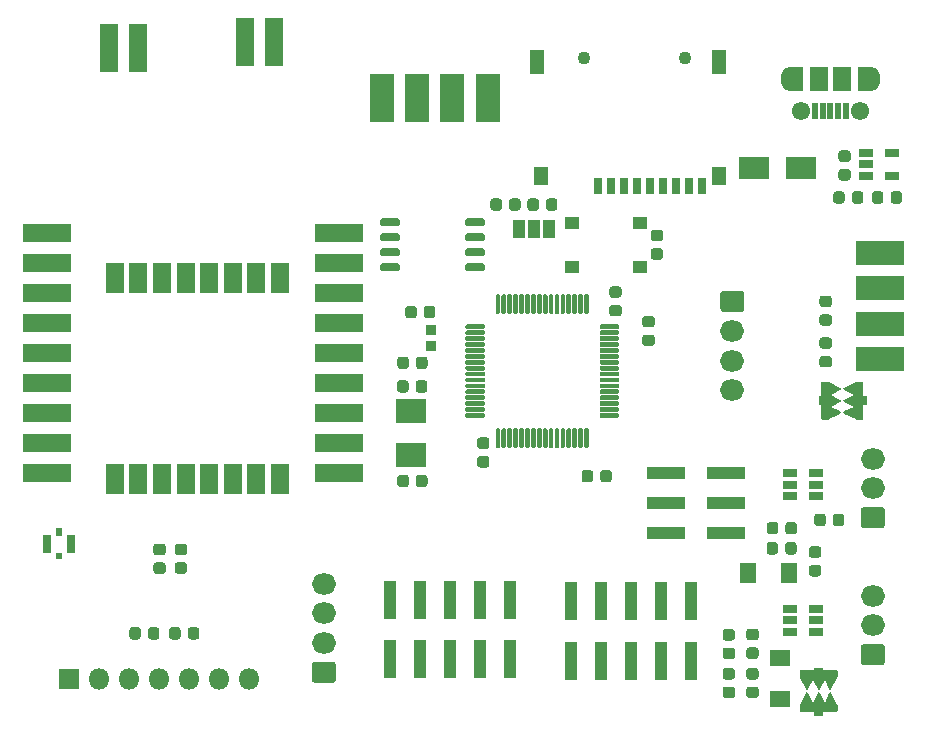
<source format=gbr>
%TF.GenerationSoftware,KiCad,Pcbnew,5.1.6-c6e7f7d~87~ubuntu20.04.1*%
%TF.CreationDate,2020-09-08T12:35:41+02:00*%
%TF.ProjectId,FShort,4653686f-7274-42e6-9b69-6361645f7063,rev?*%
%TF.SameCoordinates,Original*%
%TF.FileFunction,Soldermask,Top*%
%TF.FilePolarity,Negative*%
%FSLAX46Y46*%
G04 Gerber Fmt 4.6, Leading zero omitted, Abs format (unit mm)*
G04 Created by KiCad (PCBNEW 5.1.6-c6e7f7d~87~ubuntu20.04.1) date 2020-09-08 12:35:41*
%MOMM*%
%LPD*%
G01*
G04 APERTURE LIST*
%ADD10C,1.100000*%
%ADD11R,1.300000X2.100000*%
%ADD12R,0.800000X1.400000*%
%ADD13R,1.300000X1.500000*%
%ADD14R,1.600000X2.600000*%
%ADD15R,4.100000X1.624000*%
%ADD16R,1.624000X4.100000*%
%ADD17C,0.100000*%
%ADD18R,1.400000X1.800000*%
%ADD19R,1.800000X1.400000*%
%ADD20R,0.600000X0.750000*%
%ADD21R,0.700000X1.600000*%
%ADD22R,0.600000X0.600000*%
%ADD23R,2.500000X2.100000*%
%ADD24R,2.600000X1.900000*%
%ADD25R,1.100000X1.600000*%
%ADD26R,1.800000X1.800000*%
%ADD27O,1.800000X1.800000*%
%ADD28O,2.050000X1.800000*%
%ADD29R,1.600000X2.000000*%
%ADD30C,1.550000*%
%ADD31R,0.500000X1.450000*%
%ADD32O,1.300000X2.000000*%
%ADD33R,1.300000X2.000000*%
%ADD34R,1.100000X3.250000*%
%ADD35R,2.100000X4.100000*%
%ADD36R,4.100000X2.100000*%
%ADD37R,3.250000X1.100000*%
%ADD38R,1.200000X1.100000*%
%ADD39R,1.160000X0.750000*%
%ADD40R,0.900000X0.900000*%
G04 APERTURE END LIST*
D10*
%TO.C,J13*%
X157100000Y-41300000D03*
X148500000Y-41310000D03*
D11*
X144595000Y-41600000D03*
X159925000Y-41600000D03*
D12*
X158500000Y-52150000D03*
X157400000Y-52150000D03*
X156300000Y-52150000D03*
X155200000Y-52150000D03*
X154100000Y-52150000D03*
X153000000Y-52150000D03*
X151900000Y-52150000D03*
X150800000Y-52150000D03*
X149700000Y-52150000D03*
D13*
X144900000Y-51300000D03*
X159925000Y-51300000D03*
%TD*%
%TO.C,R7*%
G36*
G01*
X163081250Y-93912500D02*
X162518750Y-93912500D01*
G75*
G02*
X162275000Y-93668750I0J243750D01*
G01*
X162275000Y-93181250D01*
G75*
G02*
X162518750Y-92937500I243750J0D01*
G01*
X163081250Y-92937500D01*
G75*
G02*
X163325000Y-93181250I0J-243750D01*
G01*
X163325000Y-93668750D01*
G75*
G02*
X163081250Y-93912500I-243750J0D01*
G01*
G37*
G36*
G01*
X163081250Y-95487500D02*
X162518750Y-95487500D01*
G75*
G02*
X162275000Y-95243750I0J243750D01*
G01*
X162275000Y-94756250D01*
G75*
G02*
X162518750Y-94512500I243750J0D01*
G01*
X163081250Y-94512500D01*
G75*
G02*
X163325000Y-94756250I0J-243750D01*
G01*
X163325000Y-95243750D01*
G75*
G02*
X163081250Y-95487500I-243750J0D01*
G01*
G37*
%TD*%
D14*
%TO.C,U6*%
X116800000Y-59900000D03*
X112800000Y-59900000D03*
X122800000Y-59900000D03*
X110800000Y-59900000D03*
X118800000Y-59900000D03*
X120800000Y-59900000D03*
X108800000Y-59900000D03*
X114800000Y-59900000D03*
X108800000Y-76900000D03*
X110800000Y-76900000D03*
X112800000Y-76900000D03*
X114800000Y-76900000D03*
X116800000Y-76900000D03*
X118800000Y-76900000D03*
X120800000Y-76900000D03*
X122800000Y-76900000D03*
D15*
X127800000Y-76400000D03*
X127800000Y-73860000D03*
X127800000Y-71320000D03*
X127800000Y-68780000D03*
X127800000Y-66240000D03*
X127800000Y-63700000D03*
X127800000Y-61160000D03*
X127800000Y-58620000D03*
X127800000Y-56080000D03*
X103035000Y-76400000D03*
X103035000Y-73860000D03*
X103035000Y-71320000D03*
X103035000Y-68780000D03*
X103035000Y-66240000D03*
X103035000Y-63700000D03*
X103035000Y-61160000D03*
X103035000Y-58620000D03*
X103035000Y-56080000D03*
D16*
X122300000Y-39900000D03*
X119800000Y-39900000D03*
X108300000Y-40400000D03*
X110800000Y-40400000D03*
%TD*%
%TO.C,U5*%
G36*
G01*
X138450000Y-55370000D02*
X138450000Y-55020000D01*
G75*
G02*
X138625000Y-54845000I175000J0D01*
G01*
X139975000Y-54845000D01*
G75*
G02*
X140150000Y-55020000I0J-175000D01*
G01*
X140150000Y-55370000D01*
G75*
G02*
X139975000Y-55545000I-175000J0D01*
G01*
X138625000Y-55545000D01*
G75*
G02*
X138450000Y-55370000I0J175000D01*
G01*
G37*
G36*
G01*
X138450000Y-56640000D02*
X138450000Y-56290000D01*
G75*
G02*
X138625000Y-56115000I175000J0D01*
G01*
X139975000Y-56115000D01*
G75*
G02*
X140150000Y-56290000I0J-175000D01*
G01*
X140150000Y-56640000D01*
G75*
G02*
X139975000Y-56815000I-175000J0D01*
G01*
X138625000Y-56815000D01*
G75*
G02*
X138450000Y-56640000I0J175000D01*
G01*
G37*
G36*
G01*
X138450000Y-57910000D02*
X138450000Y-57560000D01*
G75*
G02*
X138625000Y-57385000I175000J0D01*
G01*
X139975000Y-57385000D01*
G75*
G02*
X140150000Y-57560000I0J-175000D01*
G01*
X140150000Y-57910000D01*
G75*
G02*
X139975000Y-58085000I-175000J0D01*
G01*
X138625000Y-58085000D01*
G75*
G02*
X138450000Y-57910000I0J175000D01*
G01*
G37*
G36*
G01*
X138450000Y-59180000D02*
X138450000Y-58830000D01*
G75*
G02*
X138625000Y-58655000I175000J0D01*
G01*
X139975000Y-58655000D01*
G75*
G02*
X140150000Y-58830000I0J-175000D01*
G01*
X140150000Y-59180000D01*
G75*
G02*
X139975000Y-59355000I-175000J0D01*
G01*
X138625000Y-59355000D01*
G75*
G02*
X138450000Y-59180000I0J175000D01*
G01*
G37*
G36*
G01*
X131250000Y-59180000D02*
X131250000Y-58830000D01*
G75*
G02*
X131425000Y-58655000I175000J0D01*
G01*
X132775000Y-58655000D01*
G75*
G02*
X132950000Y-58830000I0J-175000D01*
G01*
X132950000Y-59180000D01*
G75*
G02*
X132775000Y-59355000I-175000J0D01*
G01*
X131425000Y-59355000D01*
G75*
G02*
X131250000Y-59180000I0J175000D01*
G01*
G37*
G36*
G01*
X131250000Y-57910000D02*
X131250000Y-57560000D01*
G75*
G02*
X131425000Y-57385000I175000J0D01*
G01*
X132775000Y-57385000D01*
G75*
G02*
X132950000Y-57560000I0J-175000D01*
G01*
X132950000Y-57910000D01*
G75*
G02*
X132775000Y-58085000I-175000J0D01*
G01*
X131425000Y-58085000D01*
G75*
G02*
X131250000Y-57910000I0J175000D01*
G01*
G37*
G36*
G01*
X131250000Y-56640000D02*
X131250000Y-56290000D01*
G75*
G02*
X131425000Y-56115000I175000J0D01*
G01*
X132775000Y-56115000D01*
G75*
G02*
X132950000Y-56290000I0J-175000D01*
G01*
X132950000Y-56640000D01*
G75*
G02*
X132775000Y-56815000I-175000J0D01*
G01*
X131425000Y-56815000D01*
G75*
G02*
X131250000Y-56640000I0J175000D01*
G01*
G37*
G36*
G01*
X131250000Y-55370000D02*
X131250000Y-55020000D01*
G75*
G02*
X131425000Y-54845000I175000J0D01*
G01*
X132775000Y-54845000D01*
G75*
G02*
X132950000Y-55020000I0J-175000D01*
G01*
X132950000Y-55370000D01*
G75*
G02*
X132775000Y-55545000I-175000J0D01*
G01*
X131425000Y-55545000D01*
G75*
G02*
X131250000Y-55370000I0J175000D01*
G01*
G37*
%TD*%
%TO.C,R12*%
G36*
G01*
X167818750Y-84212500D02*
X168381250Y-84212500D01*
G75*
G02*
X168625000Y-84456250I0J-243750D01*
G01*
X168625000Y-84943750D01*
G75*
G02*
X168381250Y-85187500I-243750J0D01*
G01*
X167818750Y-85187500D01*
G75*
G02*
X167575000Y-84943750I0J243750D01*
G01*
X167575000Y-84456250D01*
G75*
G02*
X167818750Y-84212500I243750J0D01*
G01*
G37*
G36*
G01*
X167818750Y-82637500D02*
X168381250Y-82637500D01*
G75*
G02*
X168625000Y-82881250I0J-243750D01*
G01*
X168625000Y-83368750D01*
G75*
G02*
X168381250Y-83612500I-243750J0D01*
G01*
X167818750Y-83612500D01*
G75*
G02*
X167575000Y-83368750I0J243750D01*
G01*
X167575000Y-82881250D01*
G75*
G02*
X167818750Y-82637500I243750J0D01*
G01*
G37*
%TD*%
%TO.C,R11*%
G36*
G01*
X165587500Y-81381250D02*
X165587500Y-80818750D01*
G75*
G02*
X165831250Y-80575000I243750J0D01*
G01*
X166318750Y-80575000D01*
G75*
G02*
X166562500Y-80818750I0J-243750D01*
G01*
X166562500Y-81381250D01*
G75*
G02*
X166318750Y-81625000I-243750J0D01*
G01*
X165831250Y-81625000D01*
G75*
G02*
X165587500Y-81381250I0J243750D01*
G01*
G37*
G36*
G01*
X164012500Y-81381250D02*
X164012500Y-80818750D01*
G75*
G02*
X164256250Y-80575000I243750J0D01*
G01*
X164743750Y-80575000D01*
G75*
G02*
X164987500Y-80818750I0J-243750D01*
G01*
X164987500Y-81381250D01*
G75*
G02*
X164743750Y-81625000I-243750J0D01*
G01*
X164256250Y-81625000D01*
G75*
G02*
X164012500Y-81381250I0J243750D01*
G01*
G37*
%TD*%
%TO.C,R10*%
G36*
G01*
X163081250Y-90587500D02*
X162518750Y-90587500D01*
G75*
G02*
X162275000Y-90343750I0J243750D01*
G01*
X162275000Y-89856250D01*
G75*
G02*
X162518750Y-89612500I243750J0D01*
G01*
X163081250Y-89612500D01*
G75*
G02*
X163325000Y-89856250I0J-243750D01*
G01*
X163325000Y-90343750D01*
G75*
G02*
X163081250Y-90587500I-243750J0D01*
G01*
G37*
G36*
G01*
X163081250Y-92162500D02*
X162518750Y-92162500D01*
G75*
G02*
X162275000Y-91918750I0J243750D01*
G01*
X162275000Y-91431250D01*
G75*
G02*
X162518750Y-91187500I243750J0D01*
G01*
X163081250Y-91187500D01*
G75*
G02*
X163325000Y-91431250I0J-243750D01*
G01*
X163325000Y-91918750D01*
G75*
G02*
X163081250Y-92162500I-243750J0D01*
G01*
G37*
%TD*%
%TO.C,R9*%
G36*
G01*
X169612500Y-80681250D02*
X169612500Y-80118750D01*
G75*
G02*
X169856250Y-79875000I243750J0D01*
G01*
X170343750Y-79875000D01*
G75*
G02*
X170587500Y-80118750I0J-243750D01*
G01*
X170587500Y-80681250D01*
G75*
G02*
X170343750Y-80925000I-243750J0D01*
G01*
X169856250Y-80925000D01*
G75*
G02*
X169612500Y-80681250I0J243750D01*
G01*
G37*
G36*
G01*
X168037500Y-80681250D02*
X168037500Y-80118750D01*
G75*
G02*
X168281250Y-79875000I243750J0D01*
G01*
X168768750Y-79875000D01*
G75*
G02*
X169012500Y-80118750I0J-243750D01*
G01*
X169012500Y-80681250D01*
G75*
G02*
X168768750Y-80925000I-243750J0D01*
G01*
X168281250Y-80925000D01*
G75*
G02*
X168037500Y-80681250I0J243750D01*
G01*
G37*
%TD*%
%TO.C,R8*%
G36*
G01*
X161081250Y-93912500D02*
X160518750Y-93912500D01*
G75*
G02*
X160275000Y-93668750I0J243750D01*
G01*
X160275000Y-93181250D01*
G75*
G02*
X160518750Y-92937500I243750J0D01*
G01*
X161081250Y-92937500D01*
G75*
G02*
X161325000Y-93181250I0J-243750D01*
G01*
X161325000Y-93668750D01*
G75*
G02*
X161081250Y-93912500I-243750J0D01*
G01*
G37*
G36*
G01*
X161081250Y-95487500D02*
X160518750Y-95487500D01*
G75*
G02*
X160275000Y-95243750I0J243750D01*
G01*
X160275000Y-94756250D01*
G75*
G02*
X160518750Y-94512500I243750J0D01*
G01*
X161081250Y-94512500D01*
G75*
G02*
X161325000Y-94756250I0J-243750D01*
G01*
X161325000Y-95243750D01*
G75*
G02*
X161081250Y-95487500I-243750J0D01*
G01*
G37*
%TD*%
D17*
%TO.C,E2*%
G36*
X168400961Y-69965245D02*
G01*
X168403806Y-69955866D01*
X168408427Y-69947221D01*
X168414645Y-69939645D01*
X168422221Y-69933427D01*
X168430866Y-69928806D01*
X168440245Y-69925961D01*
X168450000Y-69925000D01*
X168600000Y-69925000D01*
X168600000Y-68800000D01*
X168600241Y-68795098D01*
X168601202Y-68785343D01*
X168603114Y-68775731D01*
X168605959Y-68766352D01*
X168609710Y-68757296D01*
X168614331Y-68748651D01*
X168619778Y-68740500D01*
X168625996Y-68732924D01*
X168632924Y-68725996D01*
X168640500Y-68719778D01*
X168648651Y-68714331D01*
X168657296Y-68709710D01*
X168666352Y-68705959D01*
X168675731Y-68703114D01*
X168685343Y-68701202D01*
X168695098Y-68700241D01*
X168700000Y-68700000D01*
X169200000Y-68700000D01*
X169204902Y-68700241D01*
X169214657Y-68701202D01*
X169225958Y-68703659D01*
X169238564Y-68707977D01*
X169244722Y-68710558D01*
X170244722Y-69210558D01*
X170248995Y-69212963D01*
X170257290Y-69218184D01*
X170265037Y-69224196D01*
X170272154Y-69230936D01*
X170278575Y-69238340D01*
X170284240Y-69246338D01*
X170289095Y-69254855D01*
X170293091Y-69263806D01*
X170296190Y-69273103D01*
X170298363Y-69282660D01*
X170299588Y-69292384D01*
X170299855Y-69302182D01*
X170299160Y-69311961D01*
X170297510Y-69321623D01*
X170294922Y-69331074D01*
X170291419Y-69340229D01*
X170287037Y-69348995D01*
X170281816Y-69357290D01*
X170275804Y-69365037D01*
X170269064Y-69372154D01*
X170260537Y-69379347D01*
X170250138Y-69386295D01*
X170244722Y-69389442D01*
X169423606Y-69800000D01*
X170244722Y-70210558D01*
X170248995Y-70212963D01*
X170257290Y-70218184D01*
X170265037Y-70224196D01*
X170272154Y-70230936D01*
X170278575Y-70238340D01*
X170284240Y-70246338D01*
X170289095Y-70254855D01*
X170293091Y-70263806D01*
X170296190Y-70273103D01*
X170298363Y-70282660D01*
X170299588Y-70292384D01*
X170299855Y-70302182D01*
X170299160Y-70311961D01*
X170297510Y-70321623D01*
X170294922Y-70331074D01*
X170291419Y-70340229D01*
X170287037Y-70348995D01*
X170281816Y-70357290D01*
X170275804Y-70365037D01*
X170269064Y-70372154D01*
X170260537Y-70379347D01*
X170250138Y-70386295D01*
X170244722Y-70389442D01*
X169423606Y-70800000D01*
X170244722Y-71210558D01*
X170248995Y-71212963D01*
X170257290Y-71218184D01*
X170265037Y-71224196D01*
X170272154Y-71230936D01*
X170278575Y-71238340D01*
X170284240Y-71246338D01*
X170289095Y-71254855D01*
X170293091Y-71263806D01*
X170296190Y-71273103D01*
X170298363Y-71282660D01*
X170299588Y-71292384D01*
X170299855Y-71302182D01*
X170299160Y-71311961D01*
X170297510Y-71321623D01*
X170294922Y-71331074D01*
X170291419Y-71340229D01*
X170287037Y-71348995D01*
X170281816Y-71357290D01*
X170275804Y-71365037D01*
X170269064Y-71372154D01*
X170260537Y-71379347D01*
X170250138Y-71386295D01*
X170244722Y-71389442D01*
X169244722Y-71889442D01*
X169240229Y-71891419D01*
X169231074Y-71894922D01*
X169219870Y-71897778D01*
X169206664Y-71899554D01*
X169200000Y-71900000D01*
X168700000Y-71900000D01*
X168695098Y-71899759D01*
X168685343Y-71898798D01*
X168675731Y-71896886D01*
X168666352Y-71894041D01*
X168657296Y-71890290D01*
X168648651Y-71885669D01*
X168640500Y-71880222D01*
X168632924Y-71874004D01*
X168625996Y-71867076D01*
X168619778Y-71859500D01*
X168614331Y-71851349D01*
X168609710Y-71842704D01*
X168605959Y-71833648D01*
X168603114Y-71824269D01*
X168601202Y-71814657D01*
X168600241Y-71804902D01*
X168600000Y-71800000D01*
X168600000Y-70675000D01*
X168450000Y-70675000D01*
X168440245Y-70674039D01*
X168430866Y-70671194D01*
X168422221Y-70666573D01*
X168414645Y-70660355D01*
X168408427Y-70652779D01*
X168403806Y-70644134D01*
X168400961Y-70634755D01*
X168400000Y-70625000D01*
X168400000Y-69975000D01*
X168400961Y-69965245D01*
G37*
G36*
X170500840Y-69288039D02*
G01*
X170502490Y-69278377D01*
X170505078Y-69268926D01*
X170508581Y-69259771D01*
X170512963Y-69251005D01*
X170518184Y-69242710D01*
X170524196Y-69234963D01*
X170530936Y-69227846D01*
X170539463Y-69220653D01*
X170549862Y-69213705D01*
X170555278Y-69210558D01*
X171555278Y-68710558D01*
X171559771Y-68708581D01*
X171568926Y-68705078D01*
X171580130Y-68702222D01*
X171593336Y-68700446D01*
X171600000Y-68700000D01*
X172100000Y-68700000D01*
X172104902Y-68700241D01*
X172114657Y-68701202D01*
X172124269Y-68703114D01*
X172133648Y-68705959D01*
X172142704Y-68709710D01*
X172151349Y-68714331D01*
X172159500Y-68719778D01*
X172167076Y-68725996D01*
X172174004Y-68732924D01*
X172180222Y-68740500D01*
X172185669Y-68748651D01*
X172190290Y-68757296D01*
X172194041Y-68766352D01*
X172196886Y-68775731D01*
X172198798Y-68785343D01*
X172199759Y-68795098D01*
X172200000Y-68800000D01*
X172200000Y-69925000D01*
X172450000Y-69925000D01*
X172459755Y-69925961D01*
X172469134Y-69928806D01*
X172477779Y-69933427D01*
X172485355Y-69939645D01*
X172491573Y-69947221D01*
X172496194Y-69955866D01*
X172499039Y-69965245D01*
X172500000Y-69975000D01*
X172500000Y-70625000D01*
X172499039Y-70634755D01*
X172496194Y-70644134D01*
X172491573Y-70652779D01*
X172485355Y-70660355D01*
X172477779Y-70666573D01*
X172469134Y-70671194D01*
X172459755Y-70674039D01*
X172450000Y-70675000D01*
X172200000Y-70675000D01*
X172200000Y-71800000D01*
X172199759Y-71804902D01*
X172198798Y-71814657D01*
X172196886Y-71824269D01*
X172194041Y-71833648D01*
X172190290Y-71842704D01*
X172185669Y-71851349D01*
X172180222Y-71859500D01*
X172174004Y-71867076D01*
X172167076Y-71874004D01*
X172159500Y-71880222D01*
X172151349Y-71885669D01*
X172142704Y-71890290D01*
X172133648Y-71894041D01*
X172124269Y-71896886D01*
X172114657Y-71898798D01*
X172104902Y-71899759D01*
X172100000Y-71900000D01*
X171600000Y-71900000D01*
X171595098Y-71899759D01*
X171585343Y-71898798D01*
X171574042Y-71896341D01*
X171561436Y-71892023D01*
X171555278Y-71889442D01*
X170555278Y-71389442D01*
X170551005Y-71387037D01*
X170542710Y-71381816D01*
X170534963Y-71375804D01*
X170527846Y-71369064D01*
X170521425Y-71361660D01*
X170515760Y-71353662D01*
X170510905Y-71345145D01*
X170506909Y-71336194D01*
X170503810Y-71326897D01*
X170501637Y-71317340D01*
X170500412Y-71307616D01*
X170500145Y-71297818D01*
X170500840Y-71288039D01*
X170502490Y-71278377D01*
X170505078Y-71268926D01*
X170508581Y-71259771D01*
X170512963Y-71251005D01*
X170518184Y-71242710D01*
X170524196Y-71234963D01*
X170530936Y-71227846D01*
X170539463Y-71220653D01*
X170549862Y-71213705D01*
X170555278Y-71210558D01*
X171376394Y-70800000D01*
X170555278Y-70389442D01*
X170551005Y-70387037D01*
X170542710Y-70381816D01*
X170534963Y-70375804D01*
X170527846Y-70369064D01*
X170521425Y-70361660D01*
X170515760Y-70353662D01*
X170510905Y-70345145D01*
X170506909Y-70336194D01*
X170503810Y-70326897D01*
X170501637Y-70317340D01*
X170500412Y-70307616D01*
X170500145Y-70297818D01*
X170500840Y-70288039D01*
X170502490Y-70278377D01*
X170505078Y-70268926D01*
X170508581Y-70259771D01*
X170512963Y-70251005D01*
X170518184Y-70242710D01*
X170524196Y-70234963D01*
X170530936Y-70227846D01*
X170539463Y-70220653D01*
X170549862Y-70213705D01*
X170555278Y-70210558D01*
X171376394Y-69800000D01*
X170555278Y-69389442D01*
X170551005Y-69387037D01*
X170542710Y-69381816D01*
X170534963Y-69375804D01*
X170527846Y-69369064D01*
X170521425Y-69361660D01*
X170515760Y-69353662D01*
X170510905Y-69345145D01*
X170506909Y-69336194D01*
X170503810Y-69326897D01*
X170501637Y-69317340D01*
X170500412Y-69307616D01*
X170500145Y-69297818D01*
X170500840Y-69288039D01*
G37*
%TD*%
%TO.C,E1*%
G36*
X168734755Y-92900961D02*
G01*
X168744134Y-92903806D01*
X168752779Y-92908427D01*
X168760355Y-92914645D01*
X168766573Y-92922221D01*
X168771194Y-92930866D01*
X168774039Y-92940245D01*
X168775000Y-92950000D01*
X168775000Y-93100000D01*
X169900000Y-93100000D01*
X169904902Y-93100241D01*
X169914657Y-93101202D01*
X169924269Y-93103114D01*
X169933648Y-93105959D01*
X169942704Y-93109710D01*
X169951349Y-93114331D01*
X169959500Y-93119778D01*
X169967076Y-93125996D01*
X169974004Y-93132924D01*
X169980222Y-93140500D01*
X169985669Y-93148651D01*
X169990290Y-93157296D01*
X169994041Y-93166352D01*
X169996886Y-93175731D01*
X169998798Y-93185343D01*
X169999759Y-93195098D01*
X170000000Y-93200000D01*
X170000000Y-93700000D01*
X169999759Y-93704902D01*
X169998798Y-93714657D01*
X169996341Y-93725958D01*
X169992023Y-93738564D01*
X169989442Y-93744722D01*
X169489442Y-94744722D01*
X169487037Y-94748995D01*
X169481816Y-94757290D01*
X169475804Y-94765037D01*
X169469064Y-94772154D01*
X169461660Y-94778575D01*
X169453662Y-94784240D01*
X169445145Y-94789095D01*
X169436194Y-94793091D01*
X169426897Y-94796190D01*
X169417340Y-94798363D01*
X169407616Y-94799588D01*
X169397818Y-94799855D01*
X169388039Y-94799160D01*
X169378377Y-94797510D01*
X169368926Y-94794922D01*
X169359771Y-94791419D01*
X169351005Y-94787037D01*
X169342710Y-94781816D01*
X169334963Y-94775804D01*
X169327846Y-94769064D01*
X169320653Y-94760537D01*
X169313705Y-94750138D01*
X169310558Y-94744722D01*
X168900000Y-93923606D01*
X168489442Y-94744722D01*
X168487037Y-94748995D01*
X168481816Y-94757290D01*
X168475804Y-94765037D01*
X168469064Y-94772154D01*
X168461660Y-94778575D01*
X168453662Y-94784240D01*
X168445145Y-94789095D01*
X168436194Y-94793091D01*
X168426897Y-94796190D01*
X168417340Y-94798363D01*
X168407616Y-94799588D01*
X168397818Y-94799855D01*
X168388039Y-94799160D01*
X168378377Y-94797510D01*
X168368926Y-94794922D01*
X168359771Y-94791419D01*
X168351005Y-94787037D01*
X168342710Y-94781816D01*
X168334963Y-94775804D01*
X168327846Y-94769064D01*
X168320653Y-94760537D01*
X168313705Y-94750138D01*
X168310558Y-94744722D01*
X167900000Y-93923606D01*
X167489442Y-94744722D01*
X167487037Y-94748995D01*
X167481816Y-94757290D01*
X167475804Y-94765037D01*
X167469064Y-94772154D01*
X167461660Y-94778575D01*
X167453662Y-94784240D01*
X167445145Y-94789095D01*
X167436194Y-94793091D01*
X167426897Y-94796190D01*
X167417340Y-94798363D01*
X167407616Y-94799588D01*
X167397818Y-94799855D01*
X167388039Y-94799160D01*
X167378377Y-94797510D01*
X167368926Y-94794922D01*
X167359771Y-94791419D01*
X167351005Y-94787037D01*
X167342710Y-94781816D01*
X167334963Y-94775804D01*
X167327846Y-94769064D01*
X167320653Y-94760537D01*
X167313705Y-94750138D01*
X167310558Y-94744722D01*
X166810558Y-93744722D01*
X166808581Y-93740229D01*
X166805078Y-93731074D01*
X166802222Y-93719870D01*
X166800446Y-93706664D01*
X166800000Y-93700000D01*
X166800000Y-93200000D01*
X166800241Y-93195098D01*
X166801202Y-93185343D01*
X166803114Y-93175731D01*
X166805959Y-93166352D01*
X166809710Y-93157296D01*
X166814331Y-93148651D01*
X166819778Y-93140500D01*
X166825996Y-93132924D01*
X166832924Y-93125996D01*
X166840500Y-93119778D01*
X166848651Y-93114331D01*
X166857296Y-93109710D01*
X166866352Y-93105959D01*
X166875731Y-93103114D01*
X166885343Y-93101202D01*
X166895098Y-93100241D01*
X166900000Y-93100000D01*
X168025000Y-93100000D01*
X168025000Y-92950000D01*
X168025961Y-92940245D01*
X168028806Y-92930866D01*
X168033427Y-92922221D01*
X168039645Y-92914645D01*
X168047221Y-92908427D01*
X168055866Y-92903806D01*
X168065245Y-92900961D01*
X168075000Y-92900000D01*
X168725000Y-92900000D01*
X168734755Y-92900961D01*
G37*
G36*
X169411961Y-95000840D02*
G01*
X169421623Y-95002490D01*
X169431074Y-95005078D01*
X169440229Y-95008581D01*
X169448995Y-95012963D01*
X169457290Y-95018184D01*
X169465037Y-95024196D01*
X169472154Y-95030936D01*
X169479347Y-95039463D01*
X169486295Y-95049862D01*
X169489442Y-95055278D01*
X169989442Y-96055278D01*
X169991419Y-96059771D01*
X169994922Y-96068926D01*
X169997778Y-96080130D01*
X169999554Y-96093336D01*
X170000000Y-96100000D01*
X170000000Y-96600000D01*
X169999759Y-96604902D01*
X169998798Y-96614657D01*
X169996886Y-96624269D01*
X169994041Y-96633648D01*
X169990290Y-96642704D01*
X169985669Y-96651349D01*
X169980222Y-96659500D01*
X169974004Y-96667076D01*
X169967076Y-96674004D01*
X169959500Y-96680222D01*
X169951349Y-96685669D01*
X169942704Y-96690290D01*
X169933648Y-96694041D01*
X169924269Y-96696886D01*
X169914657Y-96698798D01*
X169904902Y-96699759D01*
X169900000Y-96700000D01*
X168775000Y-96700000D01*
X168775000Y-96950000D01*
X168774039Y-96959755D01*
X168771194Y-96969134D01*
X168766573Y-96977779D01*
X168760355Y-96985355D01*
X168752779Y-96991573D01*
X168744134Y-96996194D01*
X168734755Y-96999039D01*
X168725000Y-97000000D01*
X168075000Y-97000000D01*
X168065245Y-96999039D01*
X168055866Y-96996194D01*
X168047221Y-96991573D01*
X168039645Y-96985355D01*
X168033427Y-96977779D01*
X168028806Y-96969134D01*
X168025961Y-96959755D01*
X168025000Y-96950000D01*
X168025000Y-96700000D01*
X166900000Y-96700000D01*
X166895098Y-96699759D01*
X166885343Y-96698798D01*
X166875731Y-96696886D01*
X166866352Y-96694041D01*
X166857296Y-96690290D01*
X166848651Y-96685669D01*
X166840500Y-96680222D01*
X166832924Y-96674004D01*
X166825996Y-96667076D01*
X166819778Y-96659500D01*
X166814331Y-96651349D01*
X166809710Y-96642704D01*
X166805959Y-96633648D01*
X166803114Y-96624269D01*
X166801202Y-96614657D01*
X166800241Y-96604902D01*
X166800000Y-96600000D01*
X166800000Y-96100000D01*
X166800241Y-96095098D01*
X166801202Y-96085343D01*
X166803659Y-96074042D01*
X166807977Y-96061436D01*
X166810558Y-96055278D01*
X167310558Y-95055278D01*
X167312963Y-95051005D01*
X167318184Y-95042710D01*
X167324196Y-95034963D01*
X167330936Y-95027846D01*
X167338340Y-95021425D01*
X167346338Y-95015760D01*
X167354855Y-95010905D01*
X167363806Y-95006909D01*
X167373103Y-95003810D01*
X167382660Y-95001637D01*
X167392384Y-95000412D01*
X167402182Y-95000145D01*
X167411961Y-95000840D01*
X167421623Y-95002490D01*
X167431074Y-95005078D01*
X167440229Y-95008581D01*
X167448995Y-95012963D01*
X167457290Y-95018184D01*
X167465037Y-95024196D01*
X167472154Y-95030936D01*
X167479347Y-95039463D01*
X167486295Y-95049862D01*
X167489442Y-95055278D01*
X167900000Y-95876394D01*
X168310558Y-95055278D01*
X168312963Y-95051005D01*
X168318184Y-95042710D01*
X168324196Y-95034963D01*
X168330936Y-95027846D01*
X168338340Y-95021425D01*
X168346338Y-95015760D01*
X168354855Y-95010905D01*
X168363806Y-95006909D01*
X168373103Y-95003810D01*
X168382660Y-95001637D01*
X168392384Y-95000412D01*
X168402182Y-95000145D01*
X168411961Y-95000840D01*
X168421623Y-95002490D01*
X168431074Y-95005078D01*
X168440229Y-95008581D01*
X168448995Y-95012963D01*
X168457290Y-95018184D01*
X168465037Y-95024196D01*
X168472154Y-95030936D01*
X168479347Y-95039463D01*
X168486295Y-95049862D01*
X168489442Y-95055278D01*
X168900000Y-95876394D01*
X169310558Y-95055278D01*
X169312963Y-95051005D01*
X169318184Y-95042710D01*
X169324196Y-95034963D01*
X169330936Y-95027846D01*
X169338340Y-95021425D01*
X169346338Y-95015760D01*
X169354855Y-95010905D01*
X169363806Y-95006909D01*
X169373103Y-95003810D01*
X169382660Y-95001637D01*
X169392384Y-95000412D01*
X169402182Y-95000145D01*
X169411961Y-95000840D01*
G37*
%TD*%
D18*
%TO.C,D3*%
X162400000Y-84900000D03*
X165900000Y-84900000D03*
%TD*%
D19*
%TO.C,D2*%
X165100000Y-95600000D03*
X165100000Y-92100000D03*
%TD*%
%TO.C,C16*%
G36*
G01*
X164970000Y-82518750D02*
X164970000Y-83081250D01*
G75*
G02*
X164726250Y-83325000I-243750J0D01*
G01*
X164238750Y-83325000D01*
G75*
G02*
X163995000Y-83081250I0J243750D01*
G01*
X163995000Y-82518750D01*
G75*
G02*
X164238750Y-82275000I243750J0D01*
G01*
X164726250Y-82275000D01*
G75*
G02*
X164970000Y-82518750I0J-243750D01*
G01*
G37*
G36*
G01*
X166545000Y-82518750D02*
X166545000Y-83081250D01*
G75*
G02*
X166301250Y-83325000I-243750J0D01*
G01*
X165813750Y-83325000D01*
G75*
G02*
X165570000Y-83081250I0J243750D01*
G01*
X165570000Y-82518750D01*
G75*
G02*
X165813750Y-82275000I243750J0D01*
G01*
X166301250Y-82275000D01*
G75*
G02*
X166545000Y-82518750I0J-243750D01*
G01*
G37*
%TD*%
%TO.C,C15*%
G36*
G01*
X160518750Y-91212500D02*
X161081250Y-91212500D01*
G75*
G02*
X161325000Y-91456250I0J-243750D01*
G01*
X161325000Y-91943750D01*
G75*
G02*
X161081250Y-92187500I-243750J0D01*
G01*
X160518750Y-92187500D01*
G75*
G02*
X160275000Y-91943750I0J243750D01*
G01*
X160275000Y-91456250D01*
G75*
G02*
X160518750Y-91212500I243750J0D01*
G01*
G37*
G36*
G01*
X160518750Y-89637500D02*
X161081250Y-89637500D01*
G75*
G02*
X161325000Y-89881250I0J-243750D01*
G01*
X161325000Y-90368750D01*
G75*
G02*
X161081250Y-90612500I-243750J0D01*
G01*
X160518750Y-90612500D01*
G75*
G02*
X160275000Y-90368750I0J243750D01*
G01*
X160275000Y-89881250D01*
G75*
G02*
X160518750Y-89637500I243750J0D01*
G01*
G37*
%TD*%
D20*
%TO.C,AE1*%
X104100000Y-81425000D03*
D21*
X105100000Y-82400000D03*
X103100000Y-82400000D03*
D22*
X104100000Y-83450000D03*
%TD*%
%TO.C,C14*%
G36*
G01*
X114118750Y-83987500D02*
X114681250Y-83987500D01*
G75*
G02*
X114925000Y-84231250I0J-243750D01*
G01*
X114925000Y-84718750D01*
G75*
G02*
X114681250Y-84962500I-243750J0D01*
G01*
X114118750Y-84962500D01*
G75*
G02*
X113875000Y-84718750I0J243750D01*
G01*
X113875000Y-84231250D01*
G75*
G02*
X114118750Y-83987500I243750J0D01*
G01*
G37*
G36*
G01*
X114118750Y-82412500D02*
X114681250Y-82412500D01*
G75*
G02*
X114925000Y-82656250I0J-243750D01*
G01*
X114925000Y-83143750D01*
G75*
G02*
X114681250Y-83387500I-243750J0D01*
G01*
X114118750Y-83387500D01*
G75*
G02*
X113875000Y-83143750I0J243750D01*
G01*
X113875000Y-82656250D01*
G75*
G02*
X114118750Y-82412500I243750J0D01*
G01*
G37*
%TD*%
%TO.C,C13*%
G36*
G01*
X112318750Y-83987500D02*
X112881250Y-83987500D01*
G75*
G02*
X113125000Y-84231250I0J-243750D01*
G01*
X113125000Y-84718750D01*
G75*
G02*
X112881250Y-84962500I-243750J0D01*
G01*
X112318750Y-84962500D01*
G75*
G02*
X112075000Y-84718750I0J243750D01*
G01*
X112075000Y-84231250D01*
G75*
G02*
X112318750Y-83987500I243750J0D01*
G01*
G37*
G36*
G01*
X112318750Y-82412500D02*
X112881250Y-82412500D01*
G75*
G02*
X113125000Y-82656250I0J-243750D01*
G01*
X113125000Y-83143750D01*
G75*
G02*
X112881250Y-83387500I-243750J0D01*
G01*
X112318750Y-83387500D01*
G75*
G02*
X112075000Y-83143750I0J243750D01*
G01*
X112075000Y-82656250D01*
G75*
G02*
X112318750Y-82412500I243750J0D01*
G01*
G37*
%TD*%
D23*
%TO.C,Y1*%
X133900000Y-74900000D03*
X133900000Y-71200000D03*
%TD*%
%TO.C,C1*%
G36*
G01*
X135262500Y-68818750D02*
X135262500Y-69381250D01*
G75*
G02*
X135018750Y-69625000I-243750J0D01*
G01*
X134531250Y-69625000D01*
G75*
G02*
X134287500Y-69381250I0J243750D01*
G01*
X134287500Y-68818750D01*
G75*
G02*
X134531250Y-68575000I243750J0D01*
G01*
X135018750Y-68575000D01*
G75*
G02*
X135262500Y-68818750I0J-243750D01*
G01*
G37*
G36*
G01*
X133687500Y-68818750D02*
X133687500Y-69381250D01*
G75*
G02*
X133443750Y-69625000I-243750J0D01*
G01*
X132956250Y-69625000D01*
G75*
G02*
X132712500Y-69381250I0J243750D01*
G01*
X132712500Y-68818750D01*
G75*
G02*
X132956250Y-68575000I243750J0D01*
G01*
X133443750Y-68575000D01*
G75*
G02*
X133687500Y-68818750I0J-243750D01*
G01*
G37*
%TD*%
%TO.C,C2*%
G36*
G01*
X133712500Y-76818750D02*
X133712500Y-77381250D01*
G75*
G02*
X133468750Y-77625000I-243750J0D01*
G01*
X132981250Y-77625000D01*
G75*
G02*
X132737500Y-77381250I0J243750D01*
G01*
X132737500Y-76818750D01*
G75*
G02*
X132981250Y-76575000I243750J0D01*
G01*
X133468750Y-76575000D01*
G75*
G02*
X133712500Y-76818750I0J-243750D01*
G01*
G37*
G36*
G01*
X135287500Y-76818750D02*
X135287500Y-77381250D01*
G75*
G02*
X135043750Y-77625000I-243750J0D01*
G01*
X134556250Y-77625000D01*
G75*
G02*
X134312500Y-77381250I0J243750D01*
G01*
X134312500Y-76818750D01*
G75*
G02*
X134556250Y-76575000I243750J0D01*
G01*
X135043750Y-76575000D01*
G75*
G02*
X135287500Y-76818750I0J-243750D01*
G01*
G37*
%TD*%
%TO.C,C3*%
G36*
G01*
X135962500Y-62518750D02*
X135962500Y-63081250D01*
G75*
G02*
X135718750Y-63325000I-243750J0D01*
G01*
X135231250Y-63325000D01*
G75*
G02*
X134987500Y-63081250I0J243750D01*
G01*
X134987500Y-62518750D01*
G75*
G02*
X135231250Y-62275000I243750J0D01*
G01*
X135718750Y-62275000D01*
G75*
G02*
X135962500Y-62518750I0J-243750D01*
G01*
G37*
G36*
G01*
X134387500Y-62518750D02*
X134387500Y-63081250D01*
G75*
G02*
X134143750Y-63325000I-243750J0D01*
G01*
X133656250Y-63325000D01*
G75*
G02*
X133412500Y-63081250I0J243750D01*
G01*
X133412500Y-62518750D01*
G75*
G02*
X133656250Y-62275000I243750J0D01*
G01*
X134143750Y-62275000D01*
G75*
G02*
X134387500Y-62518750I0J-243750D01*
G01*
G37*
%TD*%
%TO.C,C4*%
G36*
G01*
X133712500Y-66818750D02*
X133712500Y-67381250D01*
G75*
G02*
X133468750Y-67625000I-243750J0D01*
G01*
X132981250Y-67625000D01*
G75*
G02*
X132737500Y-67381250I0J243750D01*
G01*
X132737500Y-66818750D01*
G75*
G02*
X132981250Y-66575000I243750J0D01*
G01*
X133468750Y-66575000D01*
G75*
G02*
X133712500Y-66818750I0J-243750D01*
G01*
G37*
G36*
G01*
X135287500Y-66818750D02*
X135287500Y-67381250D01*
G75*
G02*
X135043750Y-67625000I-243750J0D01*
G01*
X134556250Y-67625000D01*
G75*
G02*
X134312500Y-67381250I0J243750D01*
G01*
X134312500Y-66818750D01*
G75*
G02*
X134556250Y-66575000I243750J0D01*
G01*
X135043750Y-66575000D01*
G75*
G02*
X135287500Y-66818750I0J-243750D01*
G01*
G37*
%TD*%
%TO.C,C5*%
G36*
G01*
X143162500Y-53418750D02*
X143162500Y-53981250D01*
G75*
G02*
X142918750Y-54225000I-243750J0D01*
G01*
X142431250Y-54225000D01*
G75*
G02*
X142187500Y-53981250I0J243750D01*
G01*
X142187500Y-53418750D01*
G75*
G02*
X142431250Y-53175000I243750J0D01*
G01*
X142918750Y-53175000D01*
G75*
G02*
X143162500Y-53418750I0J-243750D01*
G01*
G37*
G36*
G01*
X141587500Y-53418750D02*
X141587500Y-53981250D01*
G75*
G02*
X141343750Y-54225000I-243750J0D01*
G01*
X140856250Y-54225000D01*
G75*
G02*
X140612500Y-53981250I0J243750D01*
G01*
X140612500Y-53418750D01*
G75*
G02*
X140856250Y-53175000I243750J0D01*
G01*
X141343750Y-53175000D01*
G75*
G02*
X141587500Y-53418750I0J-243750D01*
G01*
G37*
%TD*%
%TO.C,C6*%
G36*
G01*
X154418750Y-57400000D02*
X154981250Y-57400000D01*
G75*
G02*
X155225000Y-57643750I0J-243750D01*
G01*
X155225000Y-58131250D01*
G75*
G02*
X154981250Y-58375000I-243750J0D01*
G01*
X154418750Y-58375000D01*
G75*
G02*
X154175000Y-58131250I0J243750D01*
G01*
X154175000Y-57643750D01*
G75*
G02*
X154418750Y-57400000I243750J0D01*
G01*
G37*
G36*
G01*
X154418750Y-55825000D02*
X154981250Y-55825000D01*
G75*
G02*
X155225000Y-56068750I0J-243750D01*
G01*
X155225000Y-56556250D01*
G75*
G02*
X154981250Y-56800000I-243750J0D01*
G01*
X154418750Y-56800000D01*
G75*
G02*
X154175000Y-56556250I0J243750D01*
G01*
X154175000Y-56068750D01*
G75*
G02*
X154418750Y-55825000I243750J0D01*
G01*
G37*
%TD*%
%TO.C,C7*%
G36*
G01*
X148337500Y-76981250D02*
X148337500Y-76418750D01*
G75*
G02*
X148581250Y-76175000I243750J0D01*
G01*
X149068750Y-76175000D01*
G75*
G02*
X149312500Y-76418750I0J-243750D01*
G01*
X149312500Y-76981250D01*
G75*
G02*
X149068750Y-77225000I-243750J0D01*
G01*
X148581250Y-77225000D01*
G75*
G02*
X148337500Y-76981250I0J243750D01*
G01*
G37*
G36*
G01*
X149912500Y-76981250D02*
X149912500Y-76418750D01*
G75*
G02*
X150156250Y-76175000I243750J0D01*
G01*
X150643750Y-76175000D01*
G75*
G02*
X150887500Y-76418750I0J-243750D01*
G01*
X150887500Y-76981250D01*
G75*
G02*
X150643750Y-77225000I-243750J0D01*
G01*
X150156250Y-77225000D01*
G75*
G02*
X149912500Y-76981250I0J243750D01*
G01*
G37*
%TD*%
%TO.C,C8*%
G36*
G01*
X140281250Y-74387500D02*
X139718750Y-74387500D01*
G75*
G02*
X139475000Y-74143750I0J243750D01*
G01*
X139475000Y-73656250D01*
G75*
G02*
X139718750Y-73412500I243750J0D01*
G01*
X140281250Y-73412500D01*
G75*
G02*
X140525000Y-73656250I0J-243750D01*
G01*
X140525000Y-74143750D01*
G75*
G02*
X140281250Y-74387500I-243750J0D01*
G01*
G37*
G36*
G01*
X140281250Y-75962500D02*
X139718750Y-75962500D01*
G75*
G02*
X139475000Y-75718750I0J243750D01*
G01*
X139475000Y-75231250D01*
G75*
G02*
X139718750Y-74987500I243750J0D01*
G01*
X140281250Y-74987500D01*
G75*
G02*
X140525000Y-75231250I0J-243750D01*
G01*
X140525000Y-75718750D01*
G75*
G02*
X140281250Y-75962500I-243750J0D01*
G01*
G37*
%TD*%
%TO.C,C9*%
G36*
G01*
X150918750Y-60612500D02*
X151481250Y-60612500D01*
G75*
G02*
X151725000Y-60856250I0J-243750D01*
G01*
X151725000Y-61343750D01*
G75*
G02*
X151481250Y-61587500I-243750J0D01*
G01*
X150918750Y-61587500D01*
G75*
G02*
X150675000Y-61343750I0J243750D01*
G01*
X150675000Y-60856250D01*
G75*
G02*
X150918750Y-60612500I243750J0D01*
G01*
G37*
G36*
G01*
X150918750Y-62187500D02*
X151481250Y-62187500D01*
G75*
G02*
X151725000Y-62431250I0J-243750D01*
G01*
X151725000Y-62918750D01*
G75*
G02*
X151481250Y-63162500I-243750J0D01*
G01*
X150918750Y-63162500D01*
G75*
G02*
X150675000Y-62918750I0J243750D01*
G01*
X150675000Y-62431250D01*
G75*
G02*
X150918750Y-62187500I243750J0D01*
G01*
G37*
%TD*%
%TO.C,C10*%
G36*
G01*
X154281250Y-64100000D02*
X153718750Y-64100000D01*
G75*
G02*
X153475000Y-63856250I0J243750D01*
G01*
X153475000Y-63368750D01*
G75*
G02*
X153718750Y-63125000I243750J0D01*
G01*
X154281250Y-63125000D01*
G75*
G02*
X154525000Y-63368750I0J-243750D01*
G01*
X154525000Y-63856250D01*
G75*
G02*
X154281250Y-64100000I-243750J0D01*
G01*
G37*
G36*
G01*
X154281250Y-65675000D02*
X153718750Y-65675000D01*
G75*
G02*
X153475000Y-65431250I0J243750D01*
G01*
X153475000Y-64943750D01*
G75*
G02*
X153718750Y-64700000I243750J0D01*
G01*
X154281250Y-64700000D01*
G75*
G02*
X154525000Y-64943750I0J-243750D01*
G01*
X154525000Y-65431250D01*
G75*
G02*
X154281250Y-65675000I-243750J0D01*
G01*
G37*
%TD*%
%TO.C,C11*%
G36*
G01*
X169637500Y-53381250D02*
X169637500Y-52818750D01*
G75*
G02*
X169881250Y-52575000I243750J0D01*
G01*
X170368750Y-52575000D01*
G75*
G02*
X170612500Y-52818750I0J-243750D01*
G01*
X170612500Y-53381250D01*
G75*
G02*
X170368750Y-53625000I-243750J0D01*
G01*
X169881250Y-53625000D01*
G75*
G02*
X169637500Y-53381250I0J243750D01*
G01*
G37*
G36*
G01*
X171212500Y-53381250D02*
X171212500Y-52818750D01*
G75*
G02*
X171456250Y-52575000I243750J0D01*
G01*
X171943750Y-52575000D01*
G75*
G02*
X172187500Y-52818750I0J-243750D01*
G01*
X172187500Y-53381250D01*
G75*
G02*
X171943750Y-53625000I-243750J0D01*
G01*
X171456250Y-53625000D01*
G75*
G02*
X171212500Y-53381250I0J243750D01*
G01*
G37*
%TD*%
%TO.C,C12*%
G36*
G01*
X173887500Y-52818750D02*
X173887500Y-53381250D01*
G75*
G02*
X173643750Y-53625000I-243750J0D01*
G01*
X173156250Y-53625000D01*
G75*
G02*
X172912500Y-53381250I0J243750D01*
G01*
X172912500Y-52818750D01*
G75*
G02*
X173156250Y-52575000I243750J0D01*
G01*
X173643750Y-52575000D01*
G75*
G02*
X173887500Y-52818750I0J-243750D01*
G01*
G37*
G36*
G01*
X175462500Y-52818750D02*
X175462500Y-53381250D01*
G75*
G02*
X175218750Y-53625000I-243750J0D01*
G01*
X174731250Y-53625000D01*
G75*
G02*
X174487500Y-53381250I0J243750D01*
G01*
X174487500Y-52818750D01*
G75*
G02*
X174731250Y-52575000I243750J0D01*
G01*
X175218750Y-52575000D01*
G75*
G02*
X175462500Y-52818750I0J-243750D01*
G01*
G37*
%TD*%
D24*
%TO.C,D1*%
X166900000Y-50600000D03*
X162900000Y-50600000D03*
%TD*%
D25*
%TO.C,J1*%
X145600000Y-55800000D03*
X144300000Y-55800000D03*
X143000000Y-55800000D03*
%TD*%
D26*
%TO.C,J2*%
X104900000Y-93900000D03*
D27*
X107440000Y-93900000D03*
X109980000Y-93900000D03*
X112520000Y-93900000D03*
X115060000Y-93900000D03*
X117600000Y-93900000D03*
X120140000Y-93900000D03*
%TD*%
%TO.C,J3*%
G36*
G01*
X173760294Y-92700000D02*
X172239706Y-92700000D01*
G75*
G02*
X171975000Y-92435294I0J264706D01*
G01*
X171975000Y-91164706D01*
G75*
G02*
X172239706Y-90900000I264706J0D01*
G01*
X173760294Y-90900000D01*
G75*
G02*
X174025000Y-91164706I0J-264706D01*
G01*
X174025000Y-92435294D01*
G75*
G02*
X173760294Y-92700000I-264706J0D01*
G01*
G37*
D28*
X173000000Y-89300000D03*
X173000000Y-86800000D03*
%TD*%
%TO.C,J4*%
X173000000Y-75200000D03*
X173000000Y-77700000D03*
G36*
G01*
X173760294Y-81100000D02*
X172239706Y-81100000D01*
G75*
G02*
X171975000Y-80835294I0J264706D01*
G01*
X171975000Y-79564706D01*
G75*
G02*
X172239706Y-79300000I264706J0D01*
G01*
X173760294Y-79300000D01*
G75*
G02*
X174025000Y-79564706I0J-264706D01*
G01*
X174025000Y-80835294D01*
G75*
G02*
X173760294Y-81100000I-264706J0D01*
G01*
G37*
%TD*%
D29*
%TO.C,J5*%
X168400000Y-43062500D03*
D30*
X171900000Y-45762500D03*
D31*
X170050000Y-45762500D03*
X170700000Y-45762500D03*
X168100000Y-45762500D03*
X168750000Y-45762500D03*
X169400000Y-45762500D03*
D30*
X166900000Y-45762500D03*
D29*
X170400000Y-43062500D03*
D32*
X172900000Y-43062500D03*
X165900000Y-43062500D03*
D33*
X166500000Y-43062500D03*
X172300000Y-43062500D03*
%TD*%
D34*
%TO.C,J6*%
X142300000Y-87150000D03*
X142300000Y-92200000D03*
X139760000Y-87150000D03*
X139760000Y-92200000D03*
X137220000Y-87150000D03*
X137220000Y-92200000D03*
X134680000Y-87150000D03*
X134680000Y-92200000D03*
X132140000Y-87150000D03*
X132140000Y-92200000D03*
%TD*%
D28*
%TO.C,J7*%
X161100000Y-69400000D03*
X161100000Y-66900000D03*
X161100000Y-64400000D03*
G36*
G01*
X160339706Y-61000000D02*
X161860294Y-61000000D01*
G75*
G02*
X162125000Y-61264706I0J-264706D01*
G01*
X162125000Y-62535294D01*
G75*
G02*
X161860294Y-62800000I-264706J0D01*
G01*
X160339706Y-62800000D01*
G75*
G02*
X160075000Y-62535294I0J264706D01*
G01*
X160075000Y-61264706D01*
G75*
G02*
X160339706Y-61000000I264706J0D01*
G01*
G37*
%TD*%
%TO.C,J8*%
G36*
G01*
X127260294Y-94200000D02*
X125739706Y-94200000D01*
G75*
G02*
X125475000Y-93935294I0J264706D01*
G01*
X125475000Y-92664706D01*
G75*
G02*
X125739706Y-92400000I264706J0D01*
G01*
X127260294Y-92400000D01*
G75*
G02*
X127525000Y-92664706I0J-264706D01*
G01*
X127525000Y-93935294D01*
G75*
G02*
X127260294Y-94200000I-264706J0D01*
G01*
G37*
X126500000Y-90800000D03*
X126500000Y-88300000D03*
X126500000Y-85800000D03*
%TD*%
D35*
%TO.C,J9*%
X140400000Y-44700000D03*
X137400000Y-44700000D03*
X134400000Y-44700000D03*
X131400000Y-44700000D03*
%TD*%
D36*
%TO.C,J10*%
X173600000Y-66800000D03*
X173600000Y-63800000D03*
X173600000Y-60800000D03*
X173600000Y-57800000D03*
%TD*%
D34*
%TO.C,J11*%
X147440000Y-92300000D03*
X147440000Y-87250000D03*
X149980000Y-92300000D03*
X149980000Y-87250000D03*
X152520000Y-92300000D03*
X152520000Y-87250000D03*
X155060000Y-92300000D03*
X155060000Y-87250000D03*
X157600000Y-92300000D03*
X157600000Y-87250000D03*
%TD*%
D37*
%TO.C,J12*%
X160525000Y-81540000D03*
X155475000Y-81540000D03*
X160525000Y-79000000D03*
X155475000Y-79000000D03*
X160525000Y-76460000D03*
X155475000Y-76460000D03*
%TD*%
%TO.C,R1*%
G36*
G01*
X114387500Y-89718750D02*
X114387500Y-90281250D01*
G75*
G02*
X114143750Y-90525000I-243750J0D01*
G01*
X113656250Y-90525000D01*
G75*
G02*
X113412500Y-90281250I0J243750D01*
G01*
X113412500Y-89718750D01*
G75*
G02*
X113656250Y-89475000I243750J0D01*
G01*
X114143750Y-89475000D01*
G75*
G02*
X114387500Y-89718750I0J-243750D01*
G01*
G37*
G36*
G01*
X115962500Y-89718750D02*
X115962500Y-90281250D01*
G75*
G02*
X115718750Y-90525000I-243750J0D01*
G01*
X115231250Y-90525000D01*
G75*
G02*
X114987500Y-90281250I0J243750D01*
G01*
X114987500Y-89718750D01*
G75*
G02*
X115231250Y-89475000I243750J0D01*
G01*
X115718750Y-89475000D01*
G75*
G02*
X115962500Y-89718750I0J-243750D01*
G01*
G37*
%TD*%
%TO.C,R2*%
G36*
G01*
X112587500Y-89718750D02*
X112587500Y-90281250D01*
G75*
G02*
X112343750Y-90525000I-243750J0D01*
G01*
X111856250Y-90525000D01*
G75*
G02*
X111612500Y-90281250I0J243750D01*
G01*
X111612500Y-89718750D01*
G75*
G02*
X111856250Y-89475000I243750J0D01*
G01*
X112343750Y-89475000D01*
G75*
G02*
X112587500Y-89718750I0J-243750D01*
G01*
G37*
G36*
G01*
X111012500Y-89718750D02*
X111012500Y-90281250D01*
G75*
G02*
X110768750Y-90525000I-243750J0D01*
G01*
X110281250Y-90525000D01*
G75*
G02*
X110037500Y-90281250I0J243750D01*
G01*
X110037500Y-89718750D01*
G75*
G02*
X110281250Y-89475000I243750J0D01*
G01*
X110768750Y-89475000D01*
G75*
G02*
X111012500Y-89718750I0J-243750D01*
G01*
G37*
%TD*%
%TO.C,R3*%
G36*
G01*
X145312500Y-53981250D02*
X145312500Y-53418750D01*
G75*
G02*
X145556250Y-53175000I243750J0D01*
G01*
X146043750Y-53175000D01*
G75*
G02*
X146287500Y-53418750I0J-243750D01*
G01*
X146287500Y-53981250D01*
G75*
G02*
X146043750Y-54225000I-243750J0D01*
G01*
X145556250Y-54225000D01*
G75*
G02*
X145312500Y-53981250I0J243750D01*
G01*
G37*
G36*
G01*
X143737500Y-53981250D02*
X143737500Y-53418750D01*
G75*
G02*
X143981250Y-53175000I243750J0D01*
G01*
X144468750Y-53175000D01*
G75*
G02*
X144712500Y-53418750I0J-243750D01*
G01*
X144712500Y-53981250D01*
G75*
G02*
X144468750Y-54225000I-243750J0D01*
G01*
X143981250Y-54225000D01*
G75*
G02*
X143737500Y-53981250I0J243750D01*
G01*
G37*
%TD*%
%TO.C,R4*%
G36*
G01*
X168718750Y-64937500D02*
X169281250Y-64937500D01*
G75*
G02*
X169525000Y-65181250I0J-243750D01*
G01*
X169525000Y-65668750D01*
G75*
G02*
X169281250Y-65912500I-243750J0D01*
G01*
X168718750Y-65912500D01*
G75*
G02*
X168475000Y-65668750I0J243750D01*
G01*
X168475000Y-65181250D01*
G75*
G02*
X168718750Y-64937500I243750J0D01*
G01*
G37*
G36*
G01*
X168718750Y-66512500D02*
X169281250Y-66512500D01*
G75*
G02*
X169525000Y-66756250I0J-243750D01*
G01*
X169525000Y-67243750D01*
G75*
G02*
X169281250Y-67487500I-243750J0D01*
G01*
X168718750Y-67487500D01*
G75*
G02*
X168475000Y-67243750I0J243750D01*
G01*
X168475000Y-66756250D01*
G75*
G02*
X168718750Y-66512500I243750J0D01*
G01*
G37*
%TD*%
%TO.C,R5*%
G36*
G01*
X170881250Y-50087500D02*
X170318750Y-50087500D01*
G75*
G02*
X170075000Y-49843750I0J243750D01*
G01*
X170075000Y-49356250D01*
G75*
G02*
X170318750Y-49112500I243750J0D01*
G01*
X170881250Y-49112500D01*
G75*
G02*
X171125000Y-49356250I0J-243750D01*
G01*
X171125000Y-49843750D01*
G75*
G02*
X170881250Y-50087500I-243750J0D01*
G01*
G37*
G36*
G01*
X170881250Y-51662500D02*
X170318750Y-51662500D01*
G75*
G02*
X170075000Y-51418750I0J243750D01*
G01*
X170075000Y-50931250D01*
G75*
G02*
X170318750Y-50687500I243750J0D01*
G01*
X170881250Y-50687500D01*
G75*
G02*
X171125000Y-50931250I0J-243750D01*
G01*
X171125000Y-51418750D01*
G75*
G02*
X170881250Y-51662500I-243750J0D01*
G01*
G37*
%TD*%
%TO.C,R6*%
G36*
G01*
X168718750Y-61412500D02*
X169281250Y-61412500D01*
G75*
G02*
X169525000Y-61656250I0J-243750D01*
G01*
X169525000Y-62143750D01*
G75*
G02*
X169281250Y-62387500I-243750J0D01*
G01*
X168718750Y-62387500D01*
G75*
G02*
X168475000Y-62143750I0J243750D01*
G01*
X168475000Y-61656250D01*
G75*
G02*
X168718750Y-61412500I243750J0D01*
G01*
G37*
G36*
G01*
X168718750Y-62987500D02*
X169281250Y-62987500D01*
G75*
G02*
X169525000Y-63231250I0J-243750D01*
G01*
X169525000Y-63718750D01*
G75*
G02*
X169281250Y-63962500I-243750J0D01*
G01*
X168718750Y-63962500D01*
G75*
G02*
X168475000Y-63718750I0J243750D01*
G01*
X168475000Y-63231250D01*
G75*
G02*
X168718750Y-62987500I243750J0D01*
G01*
G37*
%TD*%
D38*
%TO.C,SW1*%
X147500000Y-55250000D03*
X153300000Y-55250000D03*
X147500000Y-58950000D03*
X153300000Y-58950000D03*
%TD*%
D39*
%TO.C,U2*%
X166000000Y-87950000D03*
X166000000Y-88900000D03*
X166000000Y-89850000D03*
X168200000Y-89850000D03*
X168200000Y-87950000D03*
X168200000Y-88900000D03*
%TD*%
%TO.C,U3*%
X168200000Y-77400000D03*
X168200000Y-76450000D03*
X168200000Y-78350000D03*
X166000000Y-78350000D03*
X166000000Y-77400000D03*
X166000000Y-76450000D03*
%TD*%
%TO.C,U4*%
X172400000Y-49350000D03*
X172400000Y-50300000D03*
X172400000Y-51250000D03*
X174600000Y-51250000D03*
X174600000Y-49350000D03*
%TD*%
D40*
%TO.C,Y2*%
X135600000Y-65700000D03*
X135600000Y-64300000D03*
%TD*%
%TO.C,U1*%
G36*
G01*
X138500000Y-64150000D02*
X138500000Y-63950000D01*
G75*
G02*
X138600000Y-63850000I100000J0D01*
G01*
X140050000Y-63850000D01*
G75*
G02*
X140150000Y-63950000I0J-100000D01*
G01*
X140150000Y-64150000D01*
G75*
G02*
X140050000Y-64250000I-100000J0D01*
G01*
X138600000Y-64250000D01*
G75*
G02*
X138500000Y-64150000I0J100000D01*
G01*
G37*
G36*
G01*
X138500000Y-64650000D02*
X138500000Y-64450000D01*
G75*
G02*
X138600000Y-64350000I100000J0D01*
G01*
X140050000Y-64350000D01*
G75*
G02*
X140150000Y-64450000I0J-100000D01*
G01*
X140150000Y-64650000D01*
G75*
G02*
X140050000Y-64750000I-100000J0D01*
G01*
X138600000Y-64750000D01*
G75*
G02*
X138500000Y-64650000I0J100000D01*
G01*
G37*
G36*
G01*
X138500000Y-65150000D02*
X138500000Y-64950000D01*
G75*
G02*
X138600000Y-64850000I100000J0D01*
G01*
X140050000Y-64850000D01*
G75*
G02*
X140150000Y-64950000I0J-100000D01*
G01*
X140150000Y-65150000D01*
G75*
G02*
X140050000Y-65250000I-100000J0D01*
G01*
X138600000Y-65250000D01*
G75*
G02*
X138500000Y-65150000I0J100000D01*
G01*
G37*
G36*
G01*
X138500000Y-65650000D02*
X138500000Y-65450000D01*
G75*
G02*
X138600000Y-65350000I100000J0D01*
G01*
X140050000Y-65350000D01*
G75*
G02*
X140150000Y-65450000I0J-100000D01*
G01*
X140150000Y-65650000D01*
G75*
G02*
X140050000Y-65750000I-100000J0D01*
G01*
X138600000Y-65750000D01*
G75*
G02*
X138500000Y-65650000I0J100000D01*
G01*
G37*
G36*
G01*
X138500000Y-66150000D02*
X138500000Y-65950000D01*
G75*
G02*
X138600000Y-65850000I100000J0D01*
G01*
X140050000Y-65850000D01*
G75*
G02*
X140150000Y-65950000I0J-100000D01*
G01*
X140150000Y-66150000D01*
G75*
G02*
X140050000Y-66250000I-100000J0D01*
G01*
X138600000Y-66250000D01*
G75*
G02*
X138500000Y-66150000I0J100000D01*
G01*
G37*
G36*
G01*
X138500000Y-66650000D02*
X138500000Y-66450000D01*
G75*
G02*
X138600000Y-66350000I100000J0D01*
G01*
X140050000Y-66350000D01*
G75*
G02*
X140150000Y-66450000I0J-100000D01*
G01*
X140150000Y-66650000D01*
G75*
G02*
X140050000Y-66750000I-100000J0D01*
G01*
X138600000Y-66750000D01*
G75*
G02*
X138500000Y-66650000I0J100000D01*
G01*
G37*
G36*
G01*
X138500000Y-67150000D02*
X138500000Y-66950000D01*
G75*
G02*
X138600000Y-66850000I100000J0D01*
G01*
X140050000Y-66850000D01*
G75*
G02*
X140150000Y-66950000I0J-100000D01*
G01*
X140150000Y-67150000D01*
G75*
G02*
X140050000Y-67250000I-100000J0D01*
G01*
X138600000Y-67250000D01*
G75*
G02*
X138500000Y-67150000I0J100000D01*
G01*
G37*
G36*
G01*
X138500000Y-67650000D02*
X138500000Y-67450000D01*
G75*
G02*
X138600000Y-67350000I100000J0D01*
G01*
X140050000Y-67350000D01*
G75*
G02*
X140150000Y-67450000I0J-100000D01*
G01*
X140150000Y-67650000D01*
G75*
G02*
X140050000Y-67750000I-100000J0D01*
G01*
X138600000Y-67750000D01*
G75*
G02*
X138500000Y-67650000I0J100000D01*
G01*
G37*
G36*
G01*
X138500000Y-68150000D02*
X138500000Y-67950000D01*
G75*
G02*
X138600000Y-67850000I100000J0D01*
G01*
X140050000Y-67850000D01*
G75*
G02*
X140150000Y-67950000I0J-100000D01*
G01*
X140150000Y-68150000D01*
G75*
G02*
X140050000Y-68250000I-100000J0D01*
G01*
X138600000Y-68250000D01*
G75*
G02*
X138500000Y-68150000I0J100000D01*
G01*
G37*
G36*
G01*
X138500000Y-68650000D02*
X138500000Y-68450000D01*
G75*
G02*
X138600000Y-68350000I100000J0D01*
G01*
X140050000Y-68350000D01*
G75*
G02*
X140150000Y-68450000I0J-100000D01*
G01*
X140150000Y-68650000D01*
G75*
G02*
X140050000Y-68750000I-100000J0D01*
G01*
X138600000Y-68750000D01*
G75*
G02*
X138500000Y-68650000I0J100000D01*
G01*
G37*
G36*
G01*
X138500000Y-69150000D02*
X138500000Y-68950000D01*
G75*
G02*
X138600000Y-68850000I100000J0D01*
G01*
X140050000Y-68850000D01*
G75*
G02*
X140150000Y-68950000I0J-100000D01*
G01*
X140150000Y-69150000D01*
G75*
G02*
X140050000Y-69250000I-100000J0D01*
G01*
X138600000Y-69250000D01*
G75*
G02*
X138500000Y-69150000I0J100000D01*
G01*
G37*
G36*
G01*
X138500000Y-69650000D02*
X138500000Y-69450000D01*
G75*
G02*
X138600000Y-69350000I100000J0D01*
G01*
X140050000Y-69350000D01*
G75*
G02*
X140150000Y-69450000I0J-100000D01*
G01*
X140150000Y-69650000D01*
G75*
G02*
X140050000Y-69750000I-100000J0D01*
G01*
X138600000Y-69750000D01*
G75*
G02*
X138500000Y-69650000I0J100000D01*
G01*
G37*
G36*
G01*
X138500000Y-70150000D02*
X138500000Y-69950000D01*
G75*
G02*
X138600000Y-69850000I100000J0D01*
G01*
X140050000Y-69850000D01*
G75*
G02*
X140150000Y-69950000I0J-100000D01*
G01*
X140150000Y-70150000D01*
G75*
G02*
X140050000Y-70250000I-100000J0D01*
G01*
X138600000Y-70250000D01*
G75*
G02*
X138500000Y-70150000I0J100000D01*
G01*
G37*
G36*
G01*
X138500000Y-70650000D02*
X138500000Y-70450000D01*
G75*
G02*
X138600000Y-70350000I100000J0D01*
G01*
X140050000Y-70350000D01*
G75*
G02*
X140150000Y-70450000I0J-100000D01*
G01*
X140150000Y-70650000D01*
G75*
G02*
X140050000Y-70750000I-100000J0D01*
G01*
X138600000Y-70750000D01*
G75*
G02*
X138500000Y-70650000I0J100000D01*
G01*
G37*
G36*
G01*
X138500000Y-71150000D02*
X138500000Y-70950000D01*
G75*
G02*
X138600000Y-70850000I100000J0D01*
G01*
X140050000Y-70850000D01*
G75*
G02*
X140150000Y-70950000I0J-100000D01*
G01*
X140150000Y-71150000D01*
G75*
G02*
X140050000Y-71250000I-100000J0D01*
G01*
X138600000Y-71250000D01*
G75*
G02*
X138500000Y-71150000I0J100000D01*
G01*
G37*
G36*
G01*
X138500000Y-71650000D02*
X138500000Y-71450000D01*
G75*
G02*
X138600000Y-71350000I100000J0D01*
G01*
X140050000Y-71350000D01*
G75*
G02*
X140150000Y-71450000I0J-100000D01*
G01*
X140150000Y-71650000D01*
G75*
G02*
X140050000Y-71750000I-100000J0D01*
G01*
X138600000Y-71750000D01*
G75*
G02*
X138500000Y-71650000I0J100000D01*
G01*
G37*
G36*
G01*
X141050000Y-74200000D02*
X141050000Y-72750000D01*
G75*
G02*
X141150000Y-72650000I100000J0D01*
G01*
X141350000Y-72650000D01*
G75*
G02*
X141450000Y-72750000I0J-100000D01*
G01*
X141450000Y-74200000D01*
G75*
G02*
X141350000Y-74300000I-100000J0D01*
G01*
X141150000Y-74300000D01*
G75*
G02*
X141050000Y-74200000I0J100000D01*
G01*
G37*
G36*
G01*
X141550000Y-74200000D02*
X141550000Y-72750000D01*
G75*
G02*
X141650000Y-72650000I100000J0D01*
G01*
X141850000Y-72650000D01*
G75*
G02*
X141950000Y-72750000I0J-100000D01*
G01*
X141950000Y-74200000D01*
G75*
G02*
X141850000Y-74300000I-100000J0D01*
G01*
X141650000Y-74300000D01*
G75*
G02*
X141550000Y-74200000I0J100000D01*
G01*
G37*
G36*
G01*
X142050000Y-74200000D02*
X142050000Y-72750000D01*
G75*
G02*
X142150000Y-72650000I100000J0D01*
G01*
X142350000Y-72650000D01*
G75*
G02*
X142450000Y-72750000I0J-100000D01*
G01*
X142450000Y-74200000D01*
G75*
G02*
X142350000Y-74300000I-100000J0D01*
G01*
X142150000Y-74300000D01*
G75*
G02*
X142050000Y-74200000I0J100000D01*
G01*
G37*
G36*
G01*
X142550000Y-74200000D02*
X142550000Y-72750000D01*
G75*
G02*
X142650000Y-72650000I100000J0D01*
G01*
X142850000Y-72650000D01*
G75*
G02*
X142950000Y-72750000I0J-100000D01*
G01*
X142950000Y-74200000D01*
G75*
G02*
X142850000Y-74300000I-100000J0D01*
G01*
X142650000Y-74300000D01*
G75*
G02*
X142550000Y-74200000I0J100000D01*
G01*
G37*
G36*
G01*
X143050000Y-74200000D02*
X143050000Y-72750000D01*
G75*
G02*
X143150000Y-72650000I100000J0D01*
G01*
X143350000Y-72650000D01*
G75*
G02*
X143450000Y-72750000I0J-100000D01*
G01*
X143450000Y-74200000D01*
G75*
G02*
X143350000Y-74300000I-100000J0D01*
G01*
X143150000Y-74300000D01*
G75*
G02*
X143050000Y-74200000I0J100000D01*
G01*
G37*
G36*
G01*
X143550000Y-74200000D02*
X143550000Y-72750000D01*
G75*
G02*
X143650000Y-72650000I100000J0D01*
G01*
X143850000Y-72650000D01*
G75*
G02*
X143950000Y-72750000I0J-100000D01*
G01*
X143950000Y-74200000D01*
G75*
G02*
X143850000Y-74300000I-100000J0D01*
G01*
X143650000Y-74300000D01*
G75*
G02*
X143550000Y-74200000I0J100000D01*
G01*
G37*
G36*
G01*
X144050000Y-74200000D02*
X144050000Y-72750000D01*
G75*
G02*
X144150000Y-72650000I100000J0D01*
G01*
X144350000Y-72650000D01*
G75*
G02*
X144450000Y-72750000I0J-100000D01*
G01*
X144450000Y-74200000D01*
G75*
G02*
X144350000Y-74300000I-100000J0D01*
G01*
X144150000Y-74300000D01*
G75*
G02*
X144050000Y-74200000I0J100000D01*
G01*
G37*
G36*
G01*
X144550000Y-74200000D02*
X144550000Y-72750000D01*
G75*
G02*
X144650000Y-72650000I100000J0D01*
G01*
X144850000Y-72650000D01*
G75*
G02*
X144950000Y-72750000I0J-100000D01*
G01*
X144950000Y-74200000D01*
G75*
G02*
X144850000Y-74300000I-100000J0D01*
G01*
X144650000Y-74300000D01*
G75*
G02*
X144550000Y-74200000I0J100000D01*
G01*
G37*
G36*
G01*
X145050000Y-74200000D02*
X145050000Y-72750000D01*
G75*
G02*
X145150000Y-72650000I100000J0D01*
G01*
X145350000Y-72650000D01*
G75*
G02*
X145450000Y-72750000I0J-100000D01*
G01*
X145450000Y-74200000D01*
G75*
G02*
X145350000Y-74300000I-100000J0D01*
G01*
X145150000Y-74300000D01*
G75*
G02*
X145050000Y-74200000I0J100000D01*
G01*
G37*
G36*
G01*
X145550000Y-74200000D02*
X145550000Y-72750000D01*
G75*
G02*
X145650000Y-72650000I100000J0D01*
G01*
X145850000Y-72650000D01*
G75*
G02*
X145950000Y-72750000I0J-100000D01*
G01*
X145950000Y-74200000D01*
G75*
G02*
X145850000Y-74300000I-100000J0D01*
G01*
X145650000Y-74300000D01*
G75*
G02*
X145550000Y-74200000I0J100000D01*
G01*
G37*
G36*
G01*
X146050000Y-74200000D02*
X146050000Y-72750000D01*
G75*
G02*
X146150000Y-72650000I100000J0D01*
G01*
X146350000Y-72650000D01*
G75*
G02*
X146450000Y-72750000I0J-100000D01*
G01*
X146450000Y-74200000D01*
G75*
G02*
X146350000Y-74300000I-100000J0D01*
G01*
X146150000Y-74300000D01*
G75*
G02*
X146050000Y-74200000I0J100000D01*
G01*
G37*
G36*
G01*
X146550000Y-74200000D02*
X146550000Y-72750000D01*
G75*
G02*
X146650000Y-72650000I100000J0D01*
G01*
X146850000Y-72650000D01*
G75*
G02*
X146950000Y-72750000I0J-100000D01*
G01*
X146950000Y-74200000D01*
G75*
G02*
X146850000Y-74300000I-100000J0D01*
G01*
X146650000Y-74300000D01*
G75*
G02*
X146550000Y-74200000I0J100000D01*
G01*
G37*
G36*
G01*
X147050000Y-74200000D02*
X147050000Y-72750000D01*
G75*
G02*
X147150000Y-72650000I100000J0D01*
G01*
X147350000Y-72650000D01*
G75*
G02*
X147450000Y-72750000I0J-100000D01*
G01*
X147450000Y-74200000D01*
G75*
G02*
X147350000Y-74300000I-100000J0D01*
G01*
X147150000Y-74300000D01*
G75*
G02*
X147050000Y-74200000I0J100000D01*
G01*
G37*
G36*
G01*
X147550000Y-74200000D02*
X147550000Y-72750000D01*
G75*
G02*
X147650000Y-72650000I100000J0D01*
G01*
X147850000Y-72650000D01*
G75*
G02*
X147950000Y-72750000I0J-100000D01*
G01*
X147950000Y-74200000D01*
G75*
G02*
X147850000Y-74300000I-100000J0D01*
G01*
X147650000Y-74300000D01*
G75*
G02*
X147550000Y-74200000I0J100000D01*
G01*
G37*
G36*
G01*
X148050000Y-74200000D02*
X148050000Y-72750000D01*
G75*
G02*
X148150000Y-72650000I100000J0D01*
G01*
X148350000Y-72650000D01*
G75*
G02*
X148450000Y-72750000I0J-100000D01*
G01*
X148450000Y-74200000D01*
G75*
G02*
X148350000Y-74300000I-100000J0D01*
G01*
X148150000Y-74300000D01*
G75*
G02*
X148050000Y-74200000I0J100000D01*
G01*
G37*
G36*
G01*
X148550000Y-74200000D02*
X148550000Y-72750000D01*
G75*
G02*
X148650000Y-72650000I100000J0D01*
G01*
X148850000Y-72650000D01*
G75*
G02*
X148950000Y-72750000I0J-100000D01*
G01*
X148950000Y-74200000D01*
G75*
G02*
X148850000Y-74300000I-100000J0D01*
G01*
X148650000Y-74300000D01*
G75*
G02*
X148550000Y-74200000I0J100000D01*
G01*
G37*
G36*
G01*
X149850000Y-71650000D02*
X149850000Y-71450000D01*
G75*
G02*
X149950000Y-71350000I100000J0D01*
G01*
X151400000Y-71350000D01*
G75*
G02*
X151500000Y-71450000I0J-100000D01*
G01*
X151500000Y-71650000D01*
G75*
G02*
X151400000Y-71750000I-100000J0D01*
G01*
X149950000Y-71750000D01*
G75*
G02*
X149850000Y-71650000I0J100000D01*
G01*
G37*
G36*
G01*
X149850000Y-71150000D02*
X149850000Y-70950000D01*
G75*
G02*
X149950000Y-70850000I100000J0D01*
G01*
X151400000Y-70850000D01*
G75*
G02*
X151500000Y-70950000I0J-100000D01*
G01*
X151500000Y-71150000D01*
G75*
G02*
X151400000Y-71250000I-100000J0D01*
G01*
X149950000Y-71250000D01*
G75*
G02*
X149850000Y-71150000I0J100000D01*
G01*
G37*
G36*
G01*
X149850000Y-70650000D02*
X149850000Y-70450000D01*
G75*
G02*
X149950000Y-70350000I100000J0D01*
G01*
X151400000Y-70350000D01*
G75*
G02*
X151500000Y-70450000I0J-100000D01*
G01*
X151500000Y-70650000D01*
G75*
G02*
X151400000Y-70750000I-100000J0D01*
G01*
X149950000Y-70750000D01*
G75*
G02*
X149850000Y-70650000I0J100000D01*
G01*
G37*
G36*
G01*
X149850000Y-70150000D02*
X149850000Y-69950000D01*
G75*
G02*
X149950000Y-69850000I100000J0D01*
G01*
X151400000Y-69850000D01*
G75*
G02*
X151500000Y-69950000I0J-100000D01*
G01*
X151500000Y-70150000D01*
G75*
G02*
X151400000Y-70250000I-100000J0D01*
G01*
X149950000Y-70250000D01*
G75*
G02*
X149850000Y-70150000I0J100000D01*
G01*
G37*
G36*
G01*
X149850000Y-69650000D02*
X149850000Y-69450000D01*
G75*
G02*
X149950000Y-69350000I100000J0D01*
G01*
X151400000Y-69350000D01*
G75*
G02*
X151500000Y-69450000I0J-100000D01*
G01*
X151500000Y-69650000D01*
G75*
G02*
X151400000Y-69750000I-100000J0D01*
G01*
X149950000Y-69750000D01*
G75*
G02*
X149850000Y-69650000I0J100000D01*
G01*
G37*
G36*
G01*
X149850000Y-69150000D02*
X149850000Y-68950000D01*
G75*
G02*
X149950000Y-68850000I100000J0D01*
G01*
X151400000Y-68850000D01*
G75*
G02*
X151500000Y-68950000I0J-100000D01*
G01*
X151500000Y-69150000D01*
G75*
G02*
X151400000Y-69250000I-100000J0D01*
G01*
X149950000Y-69250000D01*
G75*
G02*
X149850000Y-69150000I0J100000D01*
G01*
G37*
G36*
G01*
X149850000Y-68650000D02*
X149850000Y-68450000D01*
G75*
G02*
X149950000Y-68350000I100000J0D01*
G01*
X151400000Y-68350000D01*
G75*
G02*
X151500000Y-68450000I0J-100000D01*
G01*
X151500000Y-68650000D01*
G75*
G02*
X151400000Y-68750000I-100000J0D01*
G01*
X149950000Y-68750000D01*
G75*
G02*
X149850000Y-68650000I0J100000D01*
G01*
G37*
G36*
G01*
X149850000Y-68150000D02*
X149850000Y-67950000D01*
G75*
G02*
X149950000Y-67850000I100000J0D01*
G01*
X151400000Y-67850000D01*
G75*
G02*
X151500000Y-67950000I0J-100000D01*
G01*
X151500000Y-68150000D01*
G75*
G02*
X151400000Y-68250000I-100000J0D01*
G01*
X149950000Y-68250000D01*
G75*
G02*
X149850000Y-68150000I0J100000D01*
G01*
G37*
G36*
G01*
X149850000Y-67650000D02*
X149850000Y-67450000D01*
G75*
G02*
X149950000Y-67350000I100000J0D01*
G01*
X151400000Y-67350000D01*
G75*
G02*
X151500000Y-67450000I0J-100000D01*
G01*
X151500000Y-67650000D01*
G75*
G02*
X151400000Y-67750000I-100000J0D01*
G01*
X149950000Y-67750000D01*
G75*
G02*
X149850000Y-67650000I0J100000D01*
G01*
G37*
G36*
G01*
X149850000Y-67150000D02*
X149850000Y-66950000D01*
G75*
G02*
X149950000Y-66850000I100000J0D01*
G01*
X151400000Y-66850000D01*
G75*
G02*
X151500000Y-66950000I0J-100000D01*
G01*
X151500000Y-67150000D01*
G75*
G02*
X151400000Y-67250000I-100000J0D01*
G01*
X149950000Y-67250000D01*
G75*
G02*
X149850000Y-67150000I0J100000D01*
G01*
G37*
G36*
G01*
X149850000Y-66650000D02*
X149850000Y-66450000D01*
G75*
G02*
X149950000Y-66350000I100000J0D01*
G01*
X151400000Y-66350000D01*
G75*
G02*
X151500000Y-66450000I0J-100000D01*
G01*
X151500000Y-66650000D01*
G75*
G02*
X151400000Y-66750000I-100000J0D01*
G01*
X149950000Y-66750000D01*
G75*
G02*
X149850000Y-66650000I0J100000D01*
G01*
G37*
G36*
G01*
X149850000Y-66150000D02*
X149850000Y-65950000D01*
G75*
G02*
X149950000Y-65850000I100000J0D01*
G01*
X151400000Y-65850000D01*
G75*
G02*
X151500000Y-65950000I0J-100000D01*
G01*
X151500000Y-66150000D01*
G75*
G02*
X151400000Y-66250000I-100000J0D01*
G01*
X149950000Y-66250000D01*
G75*
G02*
X149850000Y-66150000I0J100000D01*
G01*
G37*
G36*
G01*
X149850000Y-65650000D02*
X149850000Y-65450000D01*
G75*
G02*
X149950000Y-65350000I100000J0D01*
G01*
X151400000Y-65350000D01*
G75*
G02*
X151500000Y-65450000I0J-100000D01*
G01*
X151500000Y-65650000D01*
G75*
G02*
X151400000Y-65750000I-100000J0D01*
G01*
X149950000Y-65750000D01*
G75*
G02*
X149850000Y-65650000I0J100000D01*
G01*
G37*
G36*
G01*
X149850000Y-65150000D02*
X149850000Y-64950000D01*
G75*
G02*
X149950000Y-64850000I100000J0D01*
G01*
X151400000Y-64850000D01*
G75*
G02*
X151500000Y-64950000I0J-100000D01*
G01*
X151500000Y-65150000D01*
G75*
G02*
X151400000Y-65250000I-100000J0D01*
G01*
X149950000Y-65250000D01*
G75*
G02*
X149850000Y-65150000I0J100000D01*
G01*
G37*
G36*
G01*
X149850000Y-64650000D02*
X149850000Y-64450000D01*
G75*
G02*
X149950000Y-64350000I100000J0D01*
G01*
X151400000Y-64350000D01*
G75*
G02*
X151500000Y-64450000I0J-100000D01*
G01*
X151500000Y-64650000D01*
G75*
G02*
X151400000Y-64750000I-100000J0D01*
G01*
X149950000Y-64750000D01*
G75*
G02*
X149850000Y-64650000I0J100000D01*
G01*
G37*
G36*
G01*
X149850000Y-64150000D02*
X149850000Y-63950000D01*
G75*
G02*
X149950000Y-63850000I100000J0D01*
G01*
X151400000Y-63850000D01*
G75*
G02*
X151500000Y-63950000I0J-100000D01*
G01*
X151500000Y-64150000D01*
G75*
G02*
X151400000Y-64250000I-100000J0D01*
G01*
X149950000Y-64250000D01*
G75*
G02*
X149850000Y-64150000I0J100000D01*
G01*
G37*
G36*
G01*
X148550000Y-62850000D02*
X148550000Y-61400000D01*
G75*
G02*
X148650000Y-61300000I100000J0D01*
G01*
X148850000Y-61300000D01*
G75*
G02*
X148950000Y-61400000I0J-100000D01*
G01*
X148950000Y-62850000D01*
G75*
G02*
X148850000Y-62950000I-100000J0D01*
G01*
X148650000Y-62950000D01*
G75*
G02*
X148550000Y-62850000I0J100000D01*
G01*
G37*
G36*
G01*
X148050000Y-62850000D02*
X148050000Y-61400000D01*
G75*
G02*
X148150000Y-61300000I100000J0D01*
G01*
X148350000Y-61300000D01*
G75*
G02*
X148450000Y-61400000I0J-100000D01*
G01*
X148450000Y-62850000D01*
G75*
G02*
X148350000Y-62950000I-100000J0D01*
G01*
X148150000Y-62950000D01*
G75*
G02*
X148050000Y-62850000I0J100000D01*
G01*
G37*
G36*
G01*
X147550000Y-62850000D02*
X147550000Y-61400000D01*
G75*
G02*
X147650000Y-61300000I100000J0D01*
G01*
X147850000Y-61300000D01*
G75*
G02*
X147950000Y-61400000I0J-100000D01*
G01*
X147950000Y-62850000D01*
G75*
G02*
X147850000Y-62950000I-100000J0D01*
G01*
X147650000Y-62950000D01*
G75*
G02*
X147550000Y-62850000I0J100000D01*
G01*
G37*
G36*
G01*
X147050000Y-62850000D02*
X147050000Y-61400000D01*
G75*
G02*
X147150000Y-61300000I100000J0D01*
G01*
X147350000Y-61300000D01*
G75*
G02*
X147450000Y-61400000I0J-100000D01*
G01*
X147450000Y-62850000D01*
G75*
G02*
X147350000Y-62950000I-100000J0D01*
G01*
X147150000Y-62950000D01*
G75*
G02*
X147050000Y-62850000I0J100000D01*
G01*
G37*
G36*
G01*
X146550000Y-62850000D02*
X146550000Y-61400000D01*
G75*
G02*
X146650000Y-61300000I100000J0D01*
G01*
X146850000Y-61300000D01*
G75*
G02*
X146950000Y-61400000I0J-100000D01*
G01*
X146950000Y-62850000D01*
G75*
G02*
X146850000Y-62950000I-100000J0D01*
G01*
X146650000Y-62950000D01*
G75*
G02*
X146550000Y-62850000I0J100000D01*
G01*
G37*
G36*
G01*
X146050000Y-62850000D02*
X146050000Y-61400000D01*
G75*
G02*
X146150000Y-61300000I100000J0D01*
G01*
X146350000Y-61300000D01*
G75*
G02*
X146450000Y-61400000I0J-100000D01*
G01*
X146450000Y-62850000D01*
G75*
G02*
X146350000Y-62950000I-100000J0D01*
G01*
X146150000Y-62950000D01*
G75*
G02*
X146050000Y-62850000I0J100000D01*
G01*
G37*
G36*
G01*
X145550000Y-62850000D02*
X145550000Y-61400000D01*
G75*
G02*
X145650000Y-61300000I100000J0D01*
G01*
X145850000Y-61300000D01*
G75*
G02*
X145950000Y-61400000I0J-100000D01*
G01*
X145950000Y-62850000D01*
G75*
G02*
X145850000Y-62950000I-100000J0D01*
G01*
X145650000Y-62950000D01*
G75*
G02*
X145550000Y-62850000I0J100000D01*
G01*
G37*
G36*
G01*
X145050000Y-62850000D02*
X145050000Y-61400000D01*
G75*
G02*
X145150000Y-61300000I100000J0D01*
G01*
X145350000Y-61300000D01*
G75*
G02*
X145450000Y-61400000I0J-100000D01*
G01*
X145450000Y-62850000D01*
G75*
G02*
X145350000Y-62950000I-100000J0D01*
G01*
X145150000Y-62950000D01*
G75*
G02*
X145050000Y-62850000I0J100000D01*
G01*
G37*
G36*
G01*
X144550000Y-62850000D02*
X144550000Y-61400000D01*
G75*
G02*
X144650000Y-61300000I100000J0D01*
G01*
X144850000Y-61300000D01*
G75*
G02*
X144950000Y-61400000I0J-100000D01*
G01*
X144950000Y-62850000D01*
G75*
G02*
X144850000Y-62950000I-100000J0D01*
G01*
X144650000Y-62950000D01*
G75*
G02*
X144550000Y-62850000I0J100000D01*
G01*
G37*
G36*
G01*
X144050000Y-62850000D02*
X144050000Y-61400000D01*
G75*
G02*
X144150000Y-61300000I100000J0D01*
G01*
X144350000Y-61300000D01*
G75*
G02*
X144450000Y-61400000I0J-100000D01*
G01*
X144450000Y-62850000D01*
G75*
G02*
X144350000Y-62950000I-100000J0D01*
G01*
X144150000Y-62950000D01*
G75*
G02*
X144050000Y-62850000I0J100000D01*
G01*
G37*
G36*
G01*
X143550000Y-62850000D02*
X143550000Y-61400000D01*
G75*
G02*
X143650000Y-61300000I100000J0D01*
G01*
X143850000Y-61300000D01*
G75*
G02*
X143950000Y-61400000I0J-100000D01*
G01*
X143950000Y-62850000D01*
G75*
G02*
X143850000Y-62950000I-100000J0D01*
G01*
X143650000Y-62950000D01*
G75*
G02*
X143550000Y-62850000I0J100000D01*
G01*
G37*
G36*
G01*
X143050000Y-62850000D02*
X143050000Y-61400000D01*
G75*
G02*
X143150000Y-61300000I100000J0D01*
G01*
X143350000Y-61300000D01*
G75*
G02*
X143450000Y-61400000I0J-100000D01*
G01*
X143450000Y-62850000D01*
G75*
G02*
X143350000Y-62950000I-100000J0D01*
G01*
X143150000Y-62950000D01*
G75*
G02*
X143050000Y-62850000I0J100000D01*
G01*
G37*
G36*
G01*
X142550000Y-62850000D02*
X142550000Y-61400000D01*
G75*
G02*
X142650000Y-61300000I100000J0D01*
G01*
X142850000Y-61300000D01*
G75*
G02*
X142950000Y-61400000I0J-100000D01*
G01*
X142950000Y-62850000D01*
G75*
G02*
X142850000Y-62950000I-100000J0D01*
G01*
X142650000Y-62950000D01*
G75*
G02*
X142550000Y-62850000I0J100000D01*
G01*
G37*
G36*
G01*
X142050000Y-62850000D02*
X142050000Y-61400000D01*
G75*
G02*
X142150000Y-61300000I100000J0D01*
G01*
X142350000Y-61300000D01*
G75*
G02*
X142450000Y-61400000I0J-100000D01*
G01*
X142450000Y-62850000D01*
G75*
G02*
X142350000Y-62950000I-100000J0D01*
G01*
X142150000Y-62950000D01*
G75*
G02*
X142050000Y-62850000I0J100000D01*
G01*
G37*
G36*
G01*
X141550000Y-62850000D02*
X141550000Y-61400000D01*
G75*
G02*
X141650000Y-61300000I100000J0D01*
G01*
X141850000Y-61300000D01*
G75*
G02*
X141950000Y-61400000I0J-100000D01*
G01*
X141950000Y-62850000D01*
G75*
G02*
X141850000Y-62950000I-100000J0D01*
G01*
X141650000Y-62950000D01*
G75*
G02*
X141550000Y-62850000I0J100000D01*
G01*
G37*
G36*
G01*
X141050000Y-62850000D02*
X141050000Y-61400000D01*
G75*
G02*
X141150000Y-61300000I100000J0D01*
G01*
X141350000Y-61300000D01*
G75*
G02*
X141450000Y-61400000I0J-100000D01*
G01*
X141450000Y-62850000D01*
G75*
G02*
X141350000Y-62950000I-100000J0D01*
G01*
X141150000Y-62950000D01*
G75*
G02*
X141050000Y-62850000I0J100000D01*
G01*
G37*
%TD*%
M02*

</source>
